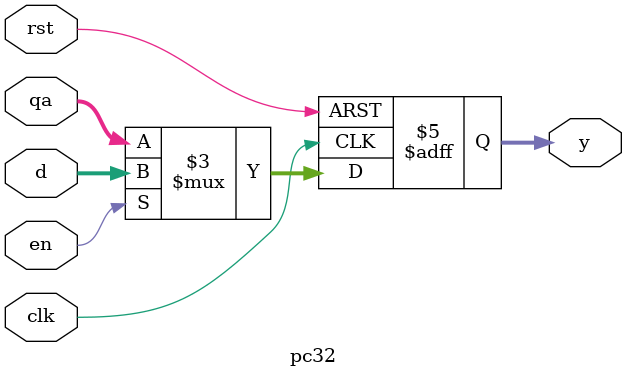
<source format=sv>
module pc32(rst, clk, en, d, y, qa);
	input logic [31:0] d;    
	input logic clk, rst, en;
	output logic [31:0] y;
	input logic [31:0]qa;
	
		   
	always @(posedge clk, posedge rst) begin
		if (rst) y <= 32'b0;
		else if (en) y <= d;
    else y<=qa;
	end
endmodule
</source>
